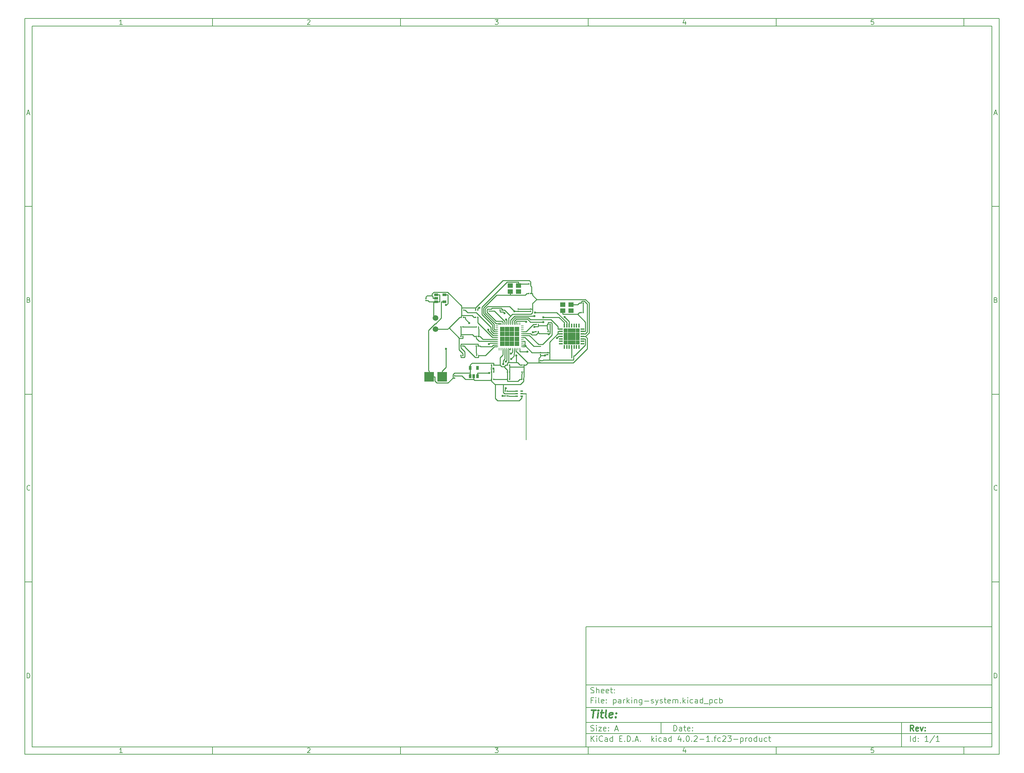
<source format=gbr>
G04 #@! TF.FileFunction,Copper,L1,Top,Signal*
%FSLAX46Y46*%
G04 Gerber Fmt 4.6, Leading zero omitted, Abs format (unit mm)*
G04 Created by KiCad (PCBNEW 4.0.2-1.fc23-product) date Tue 29 Mar 2016 15:32:59 SAST*
%MOMM*%
G01*
G04 APERTURE LIST*
%ADD10C,0.100000*%
%ADD11C,0.150000*%
%ADD12C,0.300000*%
%ADD13C,0.400000*%
%ADD14R,0.250000X0.250000*%
%ADD15R,0.250000X12.297000*%
%ADD16R,0.300000X0.350000*%
%ADD17R,0.350000X0.300000*%
%ADD18R,1.000000X0.370000*%
%ADD19R,0.370000X1.000000*%
%ADD20R,1.062500X1.062500*%
%ADD21R,0.280000X0.430000*%
%ADD22R,0.430000X0.280000*%
%ADD23R,0.800000X0.300000*%
%ADD24R,0.700000X0.250000*%
%ADD25R,0.250000X0.700000*%
%ADD26R,1.287500X1.287500*%
%ADD27R,0.650000X1.060000*%
%ADD28R,1.400000X1.200000*%
%ADD29R,2.500000X2.500000*%
%ADD30C,1.500000*%
%ADD31R,1.060000X0.650000*%
%ADD32C,0.600000*%
%ADD33C,0.250000*%
G04 APERTURE END LIST*
D10*
D11*
X159400000Y-171900000D02*
X159400000Y-203900000D01*
X267400000Y-203900000D01*
X267400000Y-171900000D01*
X159400000Y-171900000D01*
D10*
D11*
X10000000Y-10000000D02*
X10000000Y-205900000D01*
X269400000Y-205900000D01*
X269400000Y-10000000D01*
X10000000Y-10000000D01*
D10*
D11*
X12000000Y-12000000D02*
X12000000Y-203900000D01*
X267400000Y-203900000D01*
X267400000Y-12000000D01*
X12000000Y-12000000D01*
D10*
D11*
X60000000Y-12000000D02*
X60000000Y-10000000D01*
D10*
D11*
X110000000Y-12000000D02*
X110000000Y-10000000D01*
D10*
D11*
X160000000Y-12000000D02*
X160000000Y-10000000D01*
D10*
D11*
X210000000Y-12000000D02*
X210000000Y-10000000D01*
D10*
D11*
X260000000Y-12000000D02*
X260000000Y-10000000D01*
D10*
D11*
X35990476Y-11588095D02*
X35247619Y-11588095D01*
X35619048Y-11588095D02*
X35619048Y-10288095D01*
X35495238Y-10473810D01*
X35371429Y-10597619D01*
X35247619Y-10659524D01*
D10*
D11*
X85247619Y-10411905D02*
X85309524Y-10350000D01*
X85433333Y-10288095D01*
X85742857Y-10288095D01*
X85866667Y-10350000D01*
X85928571Y-10411905D01*
X85990476Y-10535714D01*
X85990476Y-10659524D01*
X85928571Y-10845238D01*
X85185714Y-11588095D01*
X85990476Y-11588095D01*
D10*
D11*
X135185714Y-10288095D02*
X135990476Y-10288095D01*
X135557143Y-10783333D01*
X135742857Y-10783333D01*
X135866667Y-10845238D01*
X135928571Y-10907143D01*
X135990476Y-11030952D01*
X135990476Y-11340476D01*
X135928571Y-11464286D01*
X135866667Y-11526190D01*
X135742857Y-11588095D01*
X135371429Y-11588095D01*
X135247619Y-11526190D01*
X135185714Y-11464286D01*
D10*
D11*
X185866667Y-10721429D02*
X185866667Y-11588095D01*
X185557143Y-10226190D02*
X185247619Y-11154762D01*
X186052381Y-11154762D01*
D10*
D11*
X235928571Y-10288095D02*
X235309524Y-10288095D01*
X235247619Y-10907143D01*
X235309524Y-10845238D01*
X235433333Y-10783333D01*
X235742857Y-10783333D01*
X235866667Y-10845238D01*
X235928571Y-10907143D01*
X235990476Y-11030952D01*
X235990476Y-11340476D01*
X235928571Y-11464286D01*
X235866667Y-11526190D01*
X235742857Y-11588095D01*
X235433333Y-11588095D01*
X235309524Y-11526190D01*
X235247619Y-11464286D01*
D10*
D11*
X60000000Y-203900000D02*
X60000000Y-205900000D01*
D10*
D11*
X110000000Y-203900000D02*
X110000000Y-205900000D01*
D10*
D11*
X160000000Y-203900000D02*
X160000000Y-205900000D01*
D10*
D11*
X210000000Y-203900000D02*
X210000000Y-205900000D01*
D10*
D11*
X260000000Y-203900000D02*
X260000000Y-205900000D01*
D10*
D11*
X35990476Y-205488095D02*
X35247619Y-205488095D01*
X35619048Y-205488095D02*
X35619048Y-204188095D01*
X35495238Y-204373810D01*
X35371429Y-204497619D01*
X35247619Y-204559524D01*
D10*
D11*
X85247619Y-204311905D02*
X85309524Y-204250000D01*
X85433333Y-204188095D01*
X85742857Y-204188095D01*
X85866667Y-204250000D01*
X85928571Y-204311905D01*
X85990476Y-204435714D01*
X85990476Y-204559524D01*
X85928571Y-204745238D01*
X85185714Y-205488095D01*
X85990476Y-205488095D01*
D10*
D11*
X135185714Y-204188095D02*
X135990476Y-204188095D01*
X135557143Y-204683333D01*
X135742857Y-204683333D01*
X135866667Y-204745238D01*
X135928571Y-204807143D01*
X135990476Y-204930952D01*
X135990476Y-205240476D01*
X135928571Y-205364286D01*
X135866667Y-205426190D01*
X135742857Y-205488095D01*
X135371429Y-205488095D01*
X135247619Y-205426190D01*
X135185714Y-205364286D01*
D10*
D11*
X185866667Y-204621429D02*
X185866667Y-205488095D01*
X185557143Y-204126190D02*
X185247619Y-205054762D01*
X186052381Y-205054762D01*
D10*
D11*
X235928571Y-204188095D02*
X235309524Y-204188095D01*
X235247619Y-204807143D01*
X235309524Y-204745238D01*
X235433333Y-204683333D01*
X235742857Y-204683333D01*
X235866667Y-204745238D01*
X235928571Y-204807143D01*
X235990476Y-204930952D01*
X235990476Y-205240476D01*
X235928571Y-205364286D01*
X235866667Y-205426190D01*
X235742857Y-205488095D01*
X235433333Y-205488095D01*
X235309524Y-205426190D01*
X235247619Y-205364286D01*
D10*
D11*
X10000000Y-60000000D02*
X12000000Y-60000000D01*
D10*
D11*
X10000000Y-110000000D02*
X12000000Y-110000000D01*
D10*
D11*
X10000000Y-160000000D02*
X12000000Y-160000000D01*
D10*
D11*
X10690476Y-35216667D02*
X11309524Y-35216667D01*
X10566667Y-35588095D02*
X11000000Y-34288095D01*
X11433333Y-35588095D01*
D10*
D11*
X11092857Y-84907143D02*
X11278571Y-84969048D01*
X11340476Y-85030952D01*
X11402381Y-85154762D01*
X11402381Y-85340476D01*
X11340476Y-85464286D01*
X11278571Y-85526190D01*
X11154762Y-85588095D01*
X10659524Y-85588095D01*
X10659524Y-84288095D01*
X11092857Y-84288095D01*
X11216667Y-84350000D01*
X11278571Y-84411905D01*
X11340476Y-84535714D01*
X11340476Y-84659524D01*
X11278571Y-84783333D01*
X11216667Y-84845238D01*
X11092857Y-84907143D01*
X10659524Y-84907143D01*
D10*
D11*
X11402381Y-135464286D02*
X11340476Y-135526190D01*
X11154762Y-135588095D01*
X11030952Y-135588095D01*
X10845238Y-135526190D01*
X10721429Y-135402381D01*
X10659524Y-135278571D01*
X10597619Y-135030952D01*
X10597619Y-134845238D01*
X10659524Y-134597619D01*
X10721429Y-134473810D01*
X10845238Y-134350000D01*
X11030952Y-134288095D01*
X11154762Y-134288095D01*
X11340476Y-134350000D01*
X11402381Y-134411905D01*
D10*
D11*
X10659524Y-185588095D02*
X10659524Y-184288095D01*
X10969048Y-184288095D01*
X11154762Y-184350000D01*
X11278571Y-184473810D01*
X11340476Y-184597619D01*
X11402381Y-184845238D01*
X11402381Y-185030952D01*
X11340476Y-185278571D01*
X11278571Y-185402381D01*
X11154762Y-185526190D01*
X10969048Y-185588095D01*
X10659524Y-185588095D01*
D10*
D11*
X269400000Y-60000000D02*
X267400000Y-60000000D01*
D10*
D11*
X269400000Y-110000000D02*
X267400000Y-110000000D01*
D10*
D11*
X269400000Y-160000000D02*
X267400000Y-160000000D01*
D10*
D11*
X268090476Y-35216667D02*
X268709524Y-35216667D01*
X267966667Y-35588095D02*
X268400000Y-34288095D01*
X268833333Y-35588095D01*
D10*
D11*
X268492857Y-84907143D02*
X268678571Y-84969048D01*
X268740476Y-85030952D01*
X268802381Y-85154762D01*
X268802381Y-85340476D01*
X268740476Y-85464286D01*
X268678571Y-85526190D01*
X268554762Y-85588095D01*
X268059524Y-85588095D01*
X268059524Y-84288095D01*
X268492857Y-84288095D01*
X268616667Y-84350000D01*
X268678571Y-84411905D01*
X268740476Y-84535714D01*
X268740476Y-84659524D01*
X268678571Y-84783333D01*
X268616667Y-84845238D01*
X268492857Y-84907143D01*
X268059524Y-84907143D01*
D10*
D11*
X268802381Y-135464286D02*
X268740476Y-135526190D01*
X268554762Y-135588095D01*
X268430952Y-135588095D01*
X268245238Y-135526190D01*
X268121429Y-135402381D01*
X268059524Y-135278571D01*
X267997619Y-135030952D01*
X267997619Y-134845238D01*
X268059524Y-134597619D01*
X268121429Y-134473810D01*
X268245238Y-134350000D01*
X268430952Y-134288095D01*
X268554762Y-134288095D01*
X268740476Y-134350000D01*
X268802381Y-134411905D01*
D10*
D11*
X268059524Y-185588095D02*
X268059524Y-184288095D01*
X268369048Y-184288095D01*
X268554762Y-184350000D01*
X268678571Y-184473810D01*
X268740476Y-184597619D01*
X268802381Y-184845238D01*
X268802381Y-185030952D01*
X268740476Y-185278571D01*
X268678571Y-185402381D01*
X268554762Y-185526190D01*
X268369048Y-185588095D01*
X268059524Y-185588095D01*
D10*
D11*
X182757143Y-199678571D02*
X182757143Y-198178571D01*
X183114286Y-198178571D01*
X183328571Y-198250000D01*
X183471429Y-198392857D01*
X183542857Y-198535714D01*
X183614286Y-198821429D01*
X183614286Y-199035714D01*
X183542857Y-199321429D01*
X183471429Y-199464286D01*
X183328571Y-199607143D01*
X183114286Y-199678571D01*
X182757143Y-199678571D01*
X184900000Y-199678571D02*
X184900000Y-198892857D01*
X184828571Y-198750000D01*
X184685714Y-198678571D01*
X184400000Y-198678571D01*
X184257143Y-198750000D01*
X184900000Y-199607143D02*
X184757143Y-199678571D01*
X184400000Y-199678571D01*
X184257143Y-199607143D01*
X184185714Y-199464286D01*
X184185714Y-199321429D01*
X184257143Y-199178571D01*
X184400000Y-199107143D01*
X184757143Y-199107143D01*
X184900000Y-199035714D01*
X185400000Y-198678571D02*
X185971429Y-198678571D01*
X185614286Y-198178571D02*
X185614286Y-199464286D01*
X185685714Y-199607143D01*
X185828572Y-199678571D01*
X185971429Y-199678571D01*
X187042857Y-199607143D02*
X186900000Y-199678571D01*
X186614286Y-199678571D01*
X186471429Y-199607143D01*
X186400000Y-199464286D01*
X186400000Y-198892857D01*
X186471429Y-198750000D01*
X186614286Y-198678571D01*
X186900000Y-198678571D01*
X187042857Y-198750000D01*
X187114286Y-198892857D01*
X187114286Y-199035714D01*
X186400000Y-199178571D01*
X187757143Y-199535714D02*
X187828571Y-199607143D01*
X187757143Y-199678571D01*
X187685714Y-199607143D01*
X187757143Y-199535714D01*
X187757143Y-199678571D01*
X187757143Y-198750000D02*
X187828571Y-198821429D01*
X187757143Y-198892857D01*
X187685714Y-198821429D01*
X187757143Y-198750000D01*
X187757143Y-198892857D01*
D10*
D11*
X159400000Y-200400000D02*
X267400000Y-200400000D01*
D10*
D11*
X160757143Y-202478571D02*
X160757143Y-200978571D01*
X161614286Y-202478571D02*
X160971429Y-201621429D01*
X161614286Y-200978571D02*
X160757143Y-201835714D01*
X162257143Y-202478571D02*
X162257143Y-201478571D01*
X162257143Y-200978571D02*
X162185714Y-201050000D01*
X162257143Y-201121429D01*
X162328571Y-201050000D01*
X162257143Y-200978571D01*
X162257143Y-201121429D01*
X163828572Y-202335714D02*
X163757143Y-202407143D01*
X163542857Y-202478571D01*
X163400000Y-202478571D01*
X163185715Y-202407143D01*
X163042857Y-202264286D01*
X162971429Y-202121429D01*
X162900000Y-201835714D01*
X162900000Y-201621429D01*
X162971429Y-201335714D01*
X163042857Y-201192857D01*
X163185715Y-201050000D01*
X163400000Y-200978571D01*
X163542857Y-200978571D01*
X163757143Y-201050000D01*
X163828572Y-201121429D01*
X165114286Y-202478571D02*
X165114286Y-201692857D01*
X165042857Y-201550000D01*
X164900000Y-201478571D01*
X164614286Y-201478571D01*
X164471429Y-201550000D01*
X165114286Y-202407143D02*
X164971429Y-202478571D01*
X164614286Y-202478571D01*
X164471429Y-202407143D01*
X164400000Y-202264286D01*
X164400000Y-202121429D01*
X164471429Y-201978571D01*
X164614286Y-201907143D01*
X164971429Y-201907143D01*
X165114286Y-201835714D01*
X166471429Y-202478571D02*
X166471429Y-200978571D01*
X166471429Y-202407143D02*
X166328572Y-202478571D01*
X166042858Y-202478571D01*
X165900000Y-202407143D01*
X165828572Y-202335714D01*
X165757143Y-202192857D01*
X165757143Y-201764286D01*
X165828572Y-201621429D01*
X165900000Y-201550000D01*
X166042858Y-201478571D01*
X166328572Y-201478571D01*
X166471429Y-201550000D01*
X168328572Y-201692857D02*
X168828572Y-201692857D01*
X169042858Y-202478571D02*
X168328572Y-202478571D01*
X168328572Y-200978571D01*
X169042858Y-200978571D01*
X169685715Y-202335714D02*
X169757143Y-202407143D01*
X169685715Y-202478571D01*
X169614286Y-202407143D01*
X169685715Y-202335714D01*
X169685715Y-202478571D01*
X170400001Y-202478571D02*
X170400001Y-200978571D01*
X170757144Y-200978571D01*
X170971429Y-201050000D01*
X171114287Y-201192857D01*
X171185715Y-201335714D01*
X171257144Y-201621429D01*
X171257144Y-201835714D01*
X171185715Y-202121429D01*
X171114287Y-202264286D01*
X170971429Y-202407143D01*
X170757144Y-202478571D01*
X170400001Y-202478571D01*
X171900001Y-202335714D02*
X171971429Y-202407143D01*
X171900001Y-202478571D01*
X171828572Y-202407143D01*
X171900001Y-202335714D01*
X171900001Y-202478571D01*
X172542858Y-202050000D02*
X173257144Y-202050000D01*
X172400001Y-202478571D02*
X172900001Y-200978571D01*
X173400001Y-202478571D01*
X173900001Y-202335714D02*
X173971429Y-202407143D01*
X173900001Y-202478571D01*
X173828572Y-202407143D01*
X173900001Y-202335714D01*
X173900001Y-202478571D01*
X176900001Y-202478571D02*
X176900001Y-200978571D01*
X177042858Y-201907143D02*
X177471429Y-202478571D01*
X177471429Y-201478571D02*
X176900001Y-202050000D01*
X178114287Y-202478571D02*
X178114287Y-201478571D01*
X178114287Y-200978571D02*
X178042858Y-201050000D01*
X178114287Y-201121429D01*
X178185715Y-201050000D01*
X178114287Y-200978571D01*
X178114287Y-201121429D01*
X179471430Y-202407143D02*
X179328573Y-202478571D01*
X179042859Y-202478571D01*
X178900001Y-202407143D01*
X178828573Y-202335714D01*
X178757144Y-202192857D01*
X178757144Y-201764286D01*
X178828573Y-201621429D01*
X178900001Y-201550000D01*
X179042859Y-201478571D01*
X179328573Y-201478571D01*
X179471430Y-201550000D01*
X180757144Y-202478571D02*
X180757144Y-201692857D01*
X180685715Y-201550000D01*
X180542858Y-201478571D01*
X180257144Y-201478571D01*
X180114287Y-201550000D01*
X180757144Y-202407143D02*
X180614287Y-202478571D01*
X180257144Y-202478571D01*
X180114287Y-202407143D01*
X180042858Y-202264286D01*
X180042858Y-202121429D01*
X180114287Y-201978571D01*
X180257144Y-201907143D01*
X180614287Y-201907143D01*
X180757144Y-201835714D01*
X182114287Y-202478571D02*
X182114287Y-200978571D01*
X182114287Y-202407143D02*
X181971430Y-202478571D01*
X181685716Y-202478571D01*
X181542858Y-202407143D01*
X181471430Y-202335714D01*
X181400001Y-202192857D01*
X181400001Y-201764286D01*
X181471430Y-201621429D01*
X181542858Y-201550000D01*
X181685716Y-201478571D01*
X181971430Y-201478571D01*
X182114287Y-201550000D01*
X184614287Y-201478571D02*
X184614287Y-202478571D01*
X184257144Y-200907143D02*
X183900001Y-201978571D01*
X184828573Y-201978571D01*
X185400001Y-202335714D02*
X185471429Y-202407143D01*
X185400001Y-202478571D01*
X185328572Y-202407143D01*
X185400001Y-202335714D01*
X185400001Y-202478571D01*
X186400001Y-200978571D02*
X186542858Y-200978571D01*
X186685715Y-201050000D01*
X186757144Y-201121429D01*
X186828573Y-201264286D01*
X186900001Y-201550000D01*
X186900001Y-201907143D01*
X186828573Y-202192857D01*
X186757144Y-202335714D01*
X186685715Y-202407143D01*
X186542858Y-202478571D01*
X186400001Y-202478571D01*
X186257144Y-202407143D01*
X186185715Y-202335714D01*
X186114287Y-202192857D01*
X186042858Y-201907143D01*
X186042858Y-201550000D01*
X186114287Y-201264286D01*
X186185715Y-201121429D01*
X186257144Y-201050000D01*
X186400001Y-200978571D01*
X187542858Y-202335714D02*
X187614286Y-202407143D01*
X187542858Y-202478571D01*
X187471429Y-202407143D01*
X187542858Y-202335714D01*
X187542858Y-202478571D01*
X188185715Y-201121429D02*
X188257144Y-201050000D01*
X188400001Y-200978571D01*
X188757144Y-200978571D01*
X188900001Y-201050000D01*
X188971430Y-201121429D01*
X189042858Y-201264286D01*
X189042858Y-201407143D01*
X188971430Y-201621429D01*
X188114287Y-202478571D01*
X189042858Y-202478571D01*
X189685715Y-201907143D02*
X190828572Y-201907143D01*
X192328572Y-202478571D02*
X191471429Y-202478571D01*
X191900001Y-202478571D02*
X191900001Y-200978571D01*
X191757144Y-201192857D01*
X191614286Y-201335714D01*
X191471429Y-201407143D01*
X192971429Y-202335714D02*
X193042857Y-202407143D01*
X192971429Y-202478571D01*
X192900000Y-202407143D01*
X192971429Y-202335714D01*
X192971429Y-202478571D01*
X193471429Y-201478571D02*
X194042858Y-201478571D01*
X193685715Y-202478571D02*
X193685715Y-201192857D01*
X193757143Y-201050000D01*
X193900001Y-200978571D01*
X194042858Y-200978571D01*
X195185715Y-202407143D02*
X195042858Y-202478571D01*
X194757144Y-202478571D01*
X194614286Y-202407143D01*
X194542858Y-202335714D01*
X194471429Y-202192857D01*
X194471429Y-201764286D01*
X194542858Y-201621429D01*
X194614286Y-201550000D01*
X194757144Y-201478571D01*
X195042858Y-201478571D01*
X195185715Y-201550000D01*
X195757143Y-201121429D02*
X195828572Y-201050000D01*
X195971429Y-200978571D01*
X196328572Y-200978571D01*
X196471429Y-201050000D01*
X196542858Y-201121429D01*
X196614286Y-201264286D01*
X196614286Y-201407143D01*
X196542858Y-201621429D01*
X195685715Y-202478571D01*
X196614286Y-202478571D01*
X197114286Y-200978571D02*
X198042857Y-200978571D01*
X197542857Y-201550000D01*
X197757143Y-201550000D01*
X197900000Y-201621429D01*
X197971429Y-201692857D01*
X198042857Y-201835714D01*
X198042857Y-202192857D01*
X197971429Y-202335714D01*
X197900000Y-202407143D01*
X197757143Y-202478571D01*
X197328571Y-202478571D01*
X197185714Y-202407143D01*
X197114286Y-202335714D01*
X198685714Y-201907143D02*
X199828571Y-201907143D01*
X200542857Y-201478571D02*
X200542857Y-202978571D01*
X200542857Y-201550000D02*
X200685714Y-201478571D01*
X200971428Y-201478571D01*
X201114285Y-201550000D01*
X201185714Y-201621429D01*
X201257143Y-201764286D01*
X201257143Y-202192857D01*
X201185714Y-202335714D01*
X201114285Y-202407143D01*
X200971428Y-202478571D01*
X200685714Y-202478571D01*
X200542857Y-202407143D01*
X201900000Y-202478571D02*
X201900000Y-201478571D01*
X201900000Y-201764286D02*
X201971428Y-201621429D01*
X202042857Y-201550000D01*
X202185714Y-201478571D01*
X202328571Y-201478571D01*
X203042857Y-202478571D02*
X202899999Y-202407143D01*
X202828571Y-202335714D01*
X202757142Y-202192857D01*
X202757142Y-201764286D01*
X202828571Y-201621429D01*
X202899999Y-201550000D01*
X203042857Y-201478571D01*
X203257142Y-201478571D01*
X203399999Y-201550000D01*
X203471428Y-201621429D01*
X203542857Y-201764286D01*
X203542857Y-202192857D01*
X203471428Y-202335714D01*
X203399999Y-202407143D01*
X203257142Y-202478571D01*
X203042857Y-202478571D01*
X204828571Y-202478571D02*
X204828571Y-200978571D01*
X204828571Y-202407143D02*
X204685714Y-202478571D01*
X204400000Y-202478571D01*
X204257142Y-202407143D01*
X204185714Y-202335714D01*
X204114285Y-202192857D01*
X204114285Y-201764286D01*
X204185714Y-201621429D01*
X204257142Y-201550000D01*
X204400000Y-201478571D01*
X204685714Y-201478571D01*
X204828571Y-201550000D01*
X206185714Y-201478571D02*
X206185714Y-202478571D01*
X205542857Y-201478571D02*
X205542857Y-202264286D01*
X205614285Y-202407143D01*
X205757143Y-202478571D01*
X205971428Y-202478571D01*
X206114285Y-202407143D01*
X206185714Y-202335714D01*
X207542857Y-202407143D02*
X207400000Y-202478571D01*
X207114286Y-202478571D01*
X206971428Y-202407143D01*
X206900000Y-202335714D01*
X206828571Y-202192857D01*
X206828571Y-201764286D01*
X206900000Y-201621429D01*
X206971428Y-201550000D01*
X207114286Y-201478571D01*
X207400000Y-201478571D01*
X207542857Y-201550000D01*
X207971428Y-201478571D02*
X208542857Y-201478571D01*
X208185714Y-200978571D02*
X208185714Y-202264286D01*
X208257142Y-202407143D01*
X208400000Y-202478571D01*
X208542857Y-202478571D01*
D10*
D11*
X159400000Y-197400000D02*
X267400000Y-197400000D01*
D10*
D12*
X246614286Y-199678571D02*
X246114286Y-198964286D01*
X245757143Y-199678571D02*
X245757143Y-198178571D01*
X246328571Y-198178571D01*
X246471429Y-198250000D01*
X246542857Y-198321429D01*
X246614286Y-198464286D01*
X246614286Y-198678571D01*
X246542857Y-198821429D01*
X246471429Y-198892857D01*
X246328571Y-198964286D01*
X245757143Y-198964286D01*
X247828571Y-199607143D02*
X247685714Y-199678571D01*
X247400000Y-199678571D01*
X247257143Y-199607143D01*
X247185714Y-199464286D01*
X247185714Y-198892857D01*
X247257143Y-198750000D01*
X247400000Y-198678571D01*
X247685714Y-198678571D01*
X247828571Y-198750000D01*
X247900000Y-198892857D01*
X247900000Y-199035714D01*
X247185714Y-199178571D01*
X248400000Y-198678571D02*
X248757143Y-199678571D01*
X249114285Y-198678571D01*
X249685714Y-199535714D02*
X249757142Y-199607143D01*
X249685714Y-199678571D01*
X249614285Y-199607143D01*
X249685714Y-199535714D01*
X249685714Y-199678571D01*
X249685714Y-198750000D02*
X249757142Y-198821429D01*
X249685714Y-198892857D01*
X249614285Y-198821429D01*
X249685714Y-198750000D01*
X249685714Y-198892857D01*
D10*
D11*
X160685714Y-199607143D02*
X160900000Y-199678571D01*
X161257143Y-199678571D01*
X161400000Y-199607143D01*
X161471429Y-199535714D01*
X161542857Y-199392857D01*
X161542857Y-199250000D01*
X161471429Y-199107143D01*
X161400000Y-199035714D01*
X161257143Y-198964286D01*
X160971429Y-198892857D01*
X160828571Y-198821429D01*
X160757143Y-198750000D01*
X160685714Y-198607143D01*
X160685714Y-198464286D01*
X160757143Y-198321429D01*
X160828571Y-198250000D01*
X160971429Y-198178571D01*
X161328571Y-198178571D01*
X161542857Y-198250000D01*
X162185714Y-199678571D02*
X162185714Y-198678571D01*
X162185714Y-198178571D02*
X162114285Y-198250000D01*
X162185714Y-198321429D01*
X162257142Y-198250000D01*
X162185714Y-198178571D01*
X162185714Y-198321429D01*
X162757143Y-198678571D02*
X163542857Y-198678571D01*
X162757143Y-199678571D01*
X163542857Y-199678571D01*
X164685714Y-199607143D02*
X164542857Y-199678571D01*
X164257143Y-199678571D01*
X164114286Y-199607143D01*
X164042857Y-199464286D01*
X164042857Y-198892857D01*
X164114286Y-198750000D01*
X164257143Y-198678571D01*
X164542857Y-198678571D01*
X164685714Y-198750000D01*
X164757143Y-198892857D01*
X164757143Y-199035714D01*
X164042857Y-199178571D01*
X165400000Y-199535714D02*
X165471428Y-199607143D01*
X165400000Y-199678571D01*
X165328571Y-199607143D01*
X165400000Y-199535714D01*
X165400000Y-199678571D01*
X165400000Y-198750000D02*
X165471428Y-198821429D01*
X165400000Y-198892857D01*
X165328571Y-198821429D01*
X165400000Y-198750000D01*
X165400000Y-198892857D01*
X167185714Y-199250000D02*
X167900000Y-199250000D01*
X167042857Y-199678571D02*
X167542857Y-198178571D01*
X168042857Y-199678571D01*
D10*
D11*
X245757143Y-202478571D02*
X245757143Y-200978571D01*
X247114286Y-202478571D02*
X247114286Y-200978571D01*
X247114286Y-202407143D02*
X246971429Y-202478571D01*
X246685715Y-202478571D01*
X246542857Y-202407143D01*
X246471429Y-202335714D01*
X246400000Y-202192857D01*
X246400000Y-201764286D01*
X246471429Y-201621429D01*
X246542857Y-201550000D01*
X246685715Y-201478571D01*
X246971429Y-201478571D01*
X247114286Y-201550000D01*
X247828572Y-202335714D02*
X247900000Y-202407143D01*
X247828572Y-202478571D01*
X247757143Y-202407143D01*
X247828572Y-202335714D01*
X247828572Y-202478571D01*
X247828572Y-201550000D02*
X247900000Y-201621429D01*
X247828572Y-201692857D01*
X247757143Y-201621429D01*
X247828572Y-201550000D01*
X247828572Y-201692857D01*
X250471429Y-202478571D02*
X249614286Y-202478571D01*
X250042858Y-202478571D02*
X250042858Y-200978571D01*
X249900001Y-201192857D01*
X249757143Y-201335714D01*
X249614286Y-201407143D01*
X252185714Y-200907143D02*
X250900000Y-202835714D01*
X253471429Y-202478571D02*
X252614286Y-202478571D01*
X253042858Y-202478571D02*
X253042858Y-200978571D01*
X252900001Y-201192857D01*
X252757143Y-201335714D01*
X252614286Y-201407143D01*
D10*
D11*
X159400000Y-193400000D02*
X267400000Y-193400000D01*
D10*
D13*
X160852381Y-194104762D02*
X161995238Y-194104762D01*
X161173810Y-196104762D02*
X161423810Y-194104762D01*
X162411905Y-196104762D02*
X162578571Y-194771429D01*
X162661905Y-194104762D02*
X162554762Y-194200000D01*
X162638095Y-194295238D01*
X162745239Y-194200000D01*
X162661905Y-194104762D01*
X162638095Y-194295238D01*
X163245238Y-194771429D02*
X164007143Y-194771429D01*
X163614286Y-194104762D02*
X163400000Y-195819048D01*
X163471430Y-196009524D01*
X163650001Y-196104762D01*
X163840477Y-196104762D01*
X164792858Y-196104762D02*
X164614287Y-196009524D01*
X164542857Y-195819048D01*
X164757143Y-194104762D01*
X166328572Y-196009524D02*
X166126191Y-196104762D01*
X165745239Y-196104762D01*
X165566667Y-196009524D01*
X165495238Y-195819048D01*
X165590476Y-195057143D01*
X165709524Y-194866667D01*
X165911905Y-194771429D01*
X166292857Y-194771429D01*
X166471429Y-194866667D01*
X166542857Y-195057143D01*
X166519048Y-195247619D01*
X165542857Y-195438095D01*
X167292857Y-195914286D02*
X167376192Y-196009524D01*
X167269048Y-196104762D01*
X167185715Y-196009524D01*
X167292857Y-195914286D01*
X167269048Y-196104762D01*
X167423810Y-194866667D02*
X167507144Y-194961905D01*
X167400000Y-195057143D01*
X167316667Y-194961905D01*
X167423810Y-194866667D01*
X167400000Y-195057143D01*
D10*
D11*
X161257143Y-191492857D02*
X160757143Y-191492857D01*
X160757143Y-192278571D02*
X160757143Y-190778571D01*
X161471429Y-190778571D01*
X162042857Y-192278571D02*
X162042857Y-191278571D01*
X162042857Y-190778571D02*
X161971428Y-190850000D01*
X162042857Y-190921429D01*
X162114285Y-190850000D01*
X162042857Y-190778571D01*
X162042857Y-190921429D01*
X162971429Y-192278571D02*
X162828571Y-192207143D01*
X162757143Y-192064286D01*
X162757143Y-190778571D01*
X164114285Y-192207143D02*
X163971428Y-192278571D01*
X163685714Y-192278571D01*
X163542857Y-192207143D01*
X163471428Y-192064286D01*
X163471428Y-191492857D01*
X163542857Y-191350000D01*
X163685714Y-191278571D01*
X163971428Y-191278571D01*
X164114285Y-191350000D01*
X164185714Y-191492857D01*
X164185714Y-191635714D01*
X163471428Y-191778571D01*
X164828571Y-192135714D02*
X164899999Y-192207143D01*
X164828571Y-192278571D01*
X164757142Y-192207143D01*
X164828571Y-192135714D01*
X164828571Y-192278571D01*
X164828571Y-191350000D02*
X164899999Y-191421429D01*
X164828571Y-191492857D01*
X164757142Y-191421429D01*
X164828571Y-191350000D01*
X164828571Y-191492857D01*
X166685714Y-191278571D02*
X166685714Y-192778571D01*
X166685714Y-191350000D02*
X166828571Y-191278571D01*
X167114285Y-191278571D01*
X167257142Y-191350000D01*
X167328571Y-191421429D01*
X167400000Y-191564286D01*
X167400000Y-191992857D01*
X167328571Y-192135714D01*
X167257142Y-192207143D01*
X167114285Y-192278571D01*
X166828571Y-192278571D01*
X166685714Y-192207143D01*
X168685714Y-192278571D02*
X168685714Y-191492857D01*
X168614285Y-191350000D01*
X168471428Y-191278571D01*
X168185714Y-191278571D01*
X168042857Y-191350000D01*
X168685714Y-192207143D02*
X168542857Y-192278571D01*
X168185714Y-192278571D01*
X168042857Y-192207143D01*
X167971428Y-192064286D01*
X167971428Y-191921429D01*
X168042857Y-191778571D01*
X168185714Y-191707143D01*
X168542857Y-191707143D01*
X168685714Y-191635714D01*
X169400000Y-192278571D02*
X169400000Y-191278571D01*
X169400000Y-191564286D02*
X169471428Y-191421429D01*
X169542857Y-191350000D01*
X169685714Y-191278571D01*
X169828571Y-191278571D01*
X170328571Y-192278571D02*
X170328571Y-190778571D01*
X170471428Y-191707143D02*
X170899999Y-192278571D01*
X170899999Y-191278571D02*
X170328571Y-191850000D01*
X171542857Y-192278571D02*
X171542857Y-191278571D01*
X171542857Y-190778571D02*
X171471428Y-190850000D01*
X171542857Y-190921429D01*
X171614285Y-190850000D01*
X171542857Y-190778571D01*
X171542857Y-190921429D01*
X172257143Y-191278571D02*
X172257143Y-192278571D01*
X172257143Y-191421429D02*
X172328571Y-191350000D01*
X172471429Y-191278571D01*
X172685714Y-191278571D01*
X172828571Y-191350000D01*
X172900000Y-191492857D01*
X172900000Y-192278571D01*
X174257143Y-191278571D02*
X174257143Y-192492857D01*
X174185714Y-192635714D01*
X174114286Y-192707143D01*
X173971429Y-192778571D01*
X173757143Y-192778571D01*
X173614286Y-192707143D01*
X174257143Y-192207143D02*
X174114286Y-192278571D01*
X173828572Y-192278571D01*
X173685714Y-192207143D01*
X173614286Y-192135714D01*
X173542857Y-191992857D01*
X173542857Y-191564286D01*
X173614286Y-191421429D01*
X173685714Y-191350000D01*
X173828572Y-191278571D01*
X174114286Y-191278571D01*
X174257143Y-191350000D01*
X174971429Y-191707143D02*
X176114286Y-191707143D01*
X176757143Y-192207143D02*
X176900000Y-192278571D01*
X177185715Y-192278571D01*
X177328572Y-192207143D01*
X177400000Y-192064286D01*
X177400000Y-191992857D01*
X177328572Y-191850000D01*
X177185715Y-191778571D01*
X176971429Y-191778571D01*
X176828572Y-191707143D01*
X176757143Y-191564286D01*
X176757143Y-191492857D01*
X176828572Y-191350000D01*
X176971429Y-191278571D01*
X177185715Y-191278571D01*
X177328572Y-191350000D01*
X177900001Y-191278571D02*
X178257144Y-192278571D01*
X178614286Y-191278571D02*
X178257144Y-192278571D01*
X178114286Y-192635714D01*
X178042858Y-192707143D01*
X177900001Y-192778571D01*
X179114286Y-192207143D02*
X179257143Y-192278571D01*
X179542858Y-192278571D01*
X179685715Y-192207143D01*
X179757143Y-192064286D01*
X179757143Y-191992857D01*
X179685715Y-191850000D01*
X179542858Y-191778571D01*
X179328572Y-191778571D01*
X179185715Y-191707143D01*
X179114286Y-191564286D01*
X179114286Y-191492857D01*
X179185715Y-191350000D01*
X179328572Y-191278571D01*
X179542858Y-191278571D01*
X179685715Y-191350000D01*
X180185715Y-191278571D02*
X180757144Y-191278571D01*
X180400001Y-190778571D02*
X180400001Y-192064286D01*
X180471429Y-192207143D01*
X180614287Y-192278571D01*
X180757144Y-192278571D01*
X181828572Y-192207143D02*
X181685715Y-192278571D01*
X181400001Y-192278571D01*
X181257144Y-192207143D01*
X181185715Y-192064286D01*
X181185715Y-191492857D01*
X181257144Y-191350000D01*
X181400001Y-191278571D01*
X181685715Y-191278571D01*
X181828572Y-191350000D01*
X181900001Y-191492857D01*
X181900001Y-191635714D01*
X181185715Y-191778571D01*
X182542858Y-192278571D02*
X182542858Y-191278571D01*
X182542858Y-191421429D02*
X182614286Y-191350000D01*
X182757144Y-191278571D01*
X182971429Y-191278571D01*
X183114286Y-191350000D01*
X183185715Y-191492857D01*
X183185715Y-192278571D01*
X183185715Y-191492857D02*
X183257144Y-191350000D01*
X183400001Y-191278571D01*
X183614286Y-191278571D01*
X183757144Y-191350000D01*
X183828572Y-191492857D01*
X183828572Y-192278571D01*
X184542858Y-192135714D02*
X184614286Y-192207143D01*
X184542858Y-192278571D01*
X184471429Y-192207143D01*
X184542858Y-192135714D01*
X184542858Y-192278571D01*
X185257144Y-192278571D02*
X185257144Y-190778571D01*
X185400001Y-191707143D02*
X185828572Y-192278571D01*
X185828572Y-191278571D02*
X185257144Y-191850000D01*
X186471430Y-192278571D02*
X186471430Y-191278571D01*
X186471430Y-190778571D02*
X186400001Y-190850000D01*
X186471430Y-190921429D01*
X186542858Y-190850000D01*
X186471430Y-190778571D01*
X186471430Y-190921429D01*
X187828573Y-192207143D02*
X187685716Y-192278571D01*
X187400002Y-192278571D01*
X187257144Y-192207143D01*
X187185716Y-192135714D01*
X187114287Y-191992857D01*
X187114287Y-191564286D01*
X187185716Y-191421429D01*
X187257144Y-191350000D01*
X187400002Y-191278571D01*
X187685716Y-191278571D01*
X187828573Y-191350000D01*
X189114287Y-192278571D02*
X189114287Y-191492857D01*
X189042858Y-191350000D01*
X188900001Y-191278571D01*
X188614287Y-191278571D01*
X188471430Y-191350000D01*
X189114287Y-192207143D02*
X188971430Y-192278571D01*
X188614287Y-192278571D01*
X188471430Y-192207143D01*
X188400001Y-192064286D01*
X188400001Y-191921429D01*
X188471430Y-191778571D01*
X188614287Y-191707143D01*
X188971430Y-191707143D01*
X189114287Y-191635714D01*
X190471430Y-192278571D02*
X190471430Y-190778571D01*
X190471430Y-192207143D02*
X190328573Y-192278571D01*
X190042859Y-192278571D01*
X189900001Y-192207143D01*
X189828573Y-192135714D01*
X189757144Y-191992857D01*
X189757144Y-191564286D01*
X189828573Y-191421429D01*
X189900001Y-191350000D01*
X190042859Y-191278571D01*
X190328573Y-191278571D01*
X190471430Y-191350000D01*
X190828573Y-192421429D02*
X191971430Y-192421429D01*
X192328573Y-191278571D02*
X192328573Y-192778571D01*
X192328573Y-191350000D02*
X192471430Y-191278571D01*
X192757144Y-191278571D01*
X192900001Y-191350000D01*
X192971430Y-191421429D01*
X193042859Y-191564286D01*
X193042859Y-191992857D01*
X192971430Y-192135714D01*
X192900001Y-192207143D01*
X192757144Y-192278571D01*
X192471430Y-192278571D01*
X192328573Y-192207143D01*
X194328573Y-192207143D02*
X194185716Y-192278571D01*
X193900002Y-192278571D01*
X193757144Y-192207143D01*
X193685716Y-192135714D01*
X193614287Y-191992857D01*
X193614287Y-191564286D01*
X193685716Y-191421429D01*
X193757144Y-191350000D01*
X193900002Y-191278571D01*
X194185716Y-191278571D01*
X194328573Y-191350000D01*
X194971430Y-192278571D02*
X194971430Y-190778571D01*
X194971430Y-191350000D02*
X195114287Y-191278571D01*
X195400001Y-191278571D01*
X195542858Y-191350000D01*
X195614287Y-191421429D01*
X195685716Y-191564286D01*
X195685716Y-191992857D01*
X195614287Y-192135714D01*
X195542858Y-192207143D01*
X195400001Y-192278571D01*
X195114287Y-192278571D01*
X194971430Y-192207143D01*
D10*
D11*
X159400000Y-187400000D02*
X267400000Y-187400000D01*
D10*
D11*
X160685714Y-189507143D02*
X160900000Y-189578571D01*
X161257143Y-189578571D01*
X161400000Y-189507143D01*
X161471429Y-189435714D01*
X161542857Y-189292857D01*
X161542857Y-189150000D01*
X161471429Y-189007143D01*
X161400000Y-188935714D01*
X161257143Y-188864286D01*
X160971429Y-188792857D01*
X160828571Y-188721429D01*
X160757143Y-188650000D01*
X160685714Y-188507143D01*
X160685714Y-188364286D01*
X160757143Y-188221429D01*
X160828571Y-188150000D01*
X160971429Y-188078571D01*
X161328571Y-188078571D01*
X161542857Y-188150000D01*
X162185714Y-189578571D02*
X162185714Y-188078571D01*
X162828571Y-189578571D02*
X162828571Y-188792857D01*
X162757142Y-188650000D01*
X162614285Y-188578571D01*
X162400000Y-188578571D01*
X162257142Y-188650000D01*
X162185714Y-188721429D01*
X164114285Y-189507143D02*
X163971428Y-189578571D01*
X163685714Y-189578571D01*
X163542857Y-189507143D01*
X163471428Y-189364286D01*
X163471428Y-188792857D01*
X163542857Y-188650000D01*
X163685714Y-188578571D01*
X163971428Y-188578571D01*
X164114285Y-188650000D01*
X164185714Y-188792857D01*
X164185714Y-188935714D01*
X163471428Y-189078571D01*
X165399999Y-189507143D02*
X165257142Y-189578571D01*
X164971428Y-189578571D01*
X164828571Y-189507143D01*
X164757142Y-189364286D01*
X164757142Y-188792857D01*
X164828571Y-188650000D01*
X164971428Y-188578571D01*
X165257142Y-188578571D01*
X165399999Y-188650000D01*
X165471428Y-188792857D01*
X165471428Y-188935714D01*
X164757142Y-189078571D01*
X165899999Y-188578571D02*
X166471428Y-188578571D01*
X166114285Y-188078571D02*
X166114285Y-189364286D01*
X166185713Y-189507143D01*
X166328571Y-189578571D01*
X166471428Y-189578571D01*
X166971428Y-189435714D02*
X167042856Y-189507143D01*
X166971428Y-189578571D01*
X166899999Y-189507143D01*
X166971428Y-189435714D01*
X166971428Y-189578571D01*
X166971428Y-188650000D02*
X167042856Y-188721429D01*
X166971428Y-188792857D01*
X166899999Y-188721429D01*
X166971428Y-188650000D01*
X166971428Y-188792857D01*
D10*
D11*
X179400000Y-197400000D02*
X179400000Y-200400000D01*
D10*
D11*
X243400000Y-197400000D02*
X243400000Y-203900000D01*
D14*
X143510000Y-109855000D03*
D15*
X143510000Y-116128500D03*
D16*
X144145000Y-80645000D03*
X144695000Y-80645000D03*
X144145000Y-83185000D03*
X144695000Y-83185000D03*
X130050000Y-87630000D03*
X130600000Y-87630000D03*
X146135000Y-93345000D03*
X146685000Y-93345000D03*
X130050000Y-89535000D03*
X130600000Y-89535000D03*
X149860000Y-93345000D03*
X149310000Y-93345000D03*
X126240000Y-89535000D03*
X126790000Y-89535000D03*
X126640000Y-92075000D03*
X126090000Y-92075000D03*
X130725000Y-94615000D03*
X130175000Y-94615000D03*
X149310000Y-91440000D03*
X149860000Y-91440000D03*
X126090000Y-94615000D03*
X126640000Y-94615000D03*
X130725000Y-97155000D03*
X130175000Y-97155000D03*
X126090000Y-97155000D03*
X126640000Y-97155000D03*
X126090000Y-99695000D03*
X126640000Y-99695000D03*
X134830000Y-104140000D03*
X134280000Y-104140000D03*
X138430000Y-110490000D03*
X137880000Y-110490000D03*
X138430000Y-109220000D03*
X137880000Y-109220000D03*
X142350000Y-104140000D03*
X142900000Y-104140000D03*
X142350000Y-102235000D03*
X142900000Y-102235000D03*
X138505000Y-102235000D03*
X139055000Y-102235000D03*
X138505000Y-104140000D03*
X139055000Y-104140000D03*
X142265000Y-106045000D03*
X142815000Y-106045000D03*
X138505000Y-106045000D03*
X139055000Y-106045000D03*
X134830000Y-106045000D03*
X134280000Y-106045000D03*
X134830000Y-102235000D03*
X134280000Y-102235000D03*
D17*
X144695000Y-87905000D03*
X144695000Y-87355000D03*
X147320000Y-101090000D03*
X147320000Y-101640000D03*
X147320000Y-98910000D03*
X147320000Y-99460000D03*
X149225000Y-98910000D03*
X149225000Y-99460000D03*
D16*
X136525000Y-87630000D03*
X137075000Y-87630000D03*
D17*
X141330000Y-87905000D03*
X141330000Y-87355000D03*
D16*
X158115000Y-85725000D03*
X158665000Y-85725000D03*
X158115000Y-88265000D03*
X158665000Y-88265000D03*
D18*
X158425000Y-96565000D03*
X158425000Y-95915000D03*
X158425000Y-95265000D03*
X158425000Y-94615000D03*
X158425000Y-93965000D03*
X158425000Y-93315000D03*
X158425000Y-92665000D03*
D19*
X157525000Y-91765000D03*
X156875000Y-91765000D03*
X156225000Y-91765000D03*
X155575000Y-91765000D03*
X154925000Y-91765000D03*
X154275000Y-91765000D03*
X153625000Y-91765000D03*
D18*
X152725000Y-92665000D03*
X152725000Y-93315000D03*
X152725000Y-93965000D03*
X152725000Y-94615000D03*
X152725000Y-95265000D03*
X152725000Y-95915000D03*
X152725000Y-96565000D03*
D19*
X153625000Y-97465000D03*
X154275000Y-97465000D03*
X154925000Y-97465000D03*
X155575000Y-97465000D03*
X156225000Y-97465000D03*
X156875000Y-97465000D03*
X157525000Y-97465000D03*
D20*
X153981250Y-93021250D03*
X153981250Y-94083750D03*
X153981250Y-95146250D03*
X153981250Y-96208750D03*
X155043750Y-93021250D03*
X155043750Y-94083750D03*
X155043750Y-95146250D03*
X155043750Y-96208750D03*
X156106250Y-93021250D03*
X156106250Y-94083750D03*
X156106250Y-95146250D03*
X156106250Y-96208750D03*
X157168750Y-93021250D03*
X157168750Y-94083750D03*
X157168750Y-95146250D03*
X157168750Y-96208750D03*
D21*
X126280000Y-87630000D03*
X126790000Y-87630000D03*
D22*
X133605000Y-87885000D03*
X133605000Y-87375000D03*
D21*
X130810000Y-92075000D03*
X130300000Y-92075000D03*
D22*
X147320000Y-96770000D03*
X147320000Y-97280000D03*
D21*
X146685000Y-91440000D03*
X146175000Y-91440000D03*
X130300000Y-99695000D03*
X130810000Y-99695000D03*
X156085000Y-100330000D03*
X155575000Y-100330000D03*
D23*
X142270000Y-110520000D03*
X140970000Y-109220000D03*
X140970000Y-109870000D03*
X140970000Y-110520000D03*
X142270000Y-109870000D03*
X142270000Y-109220000D03*
D24*
X135656000Y-91873800D03*
X135656000Y-92373800D03*
X135656000Y-92873800D03*
X135656000Y-93373800D03*
X135656000Y-93873800D03*
X135656000Y-94373800D03*
X135656000Y-94873800D03*
X135656000Y-95373800D03*
X135656000Y-95873800D03*
X135656000Y-96373800D03*
X135656000Y-96873800D03*
X135656000Y-97373800D03*
D25*
X136306000Y-98023800D03*
X136806000Y-98023800D03*
X137306000Y-98023800D03*
X137806000Y-98023800D03*
X138306000Y-98023800D03*
X138806000Y-98023800D03*
X139306000Y-98023800D03*
X139806000Y-98023800D03*
X140306000Y-98023800D03*
X140806000Y-98023800D03*
X141306000Y-98023800D03*
X141806000Y-98023800D03*
D24*
X142456000Y-97373800D03*
X142456000Y-96873800D03*
X142456000Y-96373800D03*
X142456000Y-95873800D03*
X142456000Y-95373800D03*
X142456000Y-94873800D03*
X142456000Y-94373800D03*
X142456000Y-93873800D03*
X142456000Y-93373800D03*
X142456000Y-92873800D03*
X142456000Y-92373800D03*
X142456000Y-91873800D03*
D25*
X141806000Y-91223800D03*
X141306000Y-91223800D03*
X140806000Y-91223800D03*
X140306000Y-91223800D03*
X139806000Y-91223800D03*
X139306000Y-91223800D03*
X138806000Y-91223800D03*
X138306000Y-91223800D03*
X137806000Y-91223800D03*
X137306000Y-91223800D03*
X136806000Y-91223800D03*
X136306000Y-91223800D03*
D26*
X140987250Y-96555050D03*
X140987250Y-95267550D03*
X140987250Y-93980050D03*
X140987250Y-92692550D03*
X139699750Y-96555050D03*
X139699750Y-95267550D03*
X139699750Y-93980050D03*
X139699750Y-92692550D03*
X138412250Y-96555050D03*
X138412250Y-95267550D03*
X138412250Y-93980050D03*
X138412250Y-92692550D03*
X137124750Y-96555050D03*
X137124750Y-95267550D03*
X137124750Y-93980050D03*
X137124750Y-92692550D03*
D27*
X128590000Y-105240000D03*
X129540000Y-105240000D03*
X130490000Y-105240000D03*
X130490000Y-103040000D03*
X128590000Y-103040000D03*
D28*
X139235000Y-82715000D03*
X141435000Y-82715000D03*
X139235000Y-81115000D03*
X141435000Y-81115000D03*
X155405000Y-86195000D03*
X153205000Y-86195000D03*
X155405000Y-87795000D03*
X153205000Y-87795000D03*
D17*
X116840000Y-85090000D03*
X116840000Y-84540000D03*
X124460000Y-105685000D03*
X124460000Y-105135000D03*
D29*
X121130000Y-105410000D03*
X117630000Y-105410000D03*
D30*
X119380000Y-89710000D03*
X119380000Y-92710000D03*
D31*
X119550000Y-83505000D03*
X119550000Y-84455000D03*
X119550000Y-85405000D03*
X121750000Y-85405000D03*
X121750000Y-83505000D03*
D32*
X137695000Y-88476000D03*
X140320000Y-87905000D03*
X143325000Y-97204700D03*
X140869000Y-99668300D03*
X149489000Y-94061700D03*
X151699000Y-95082300D03*
X148464900Y-99697600D03*
X133624000Y-104385000D03*
X139468000Y-100605000D03*
X133424000Y-92857800D03*
X131023000Y-87005800D03*
X139443000Y-99219200D03*
X138152000Y-90113600D03*
X145245000Y-93563900D03*
X134764000Y-103158000D03*
X145646000Y-92074200D03*
X145646000Y-89189500D03*
X133603000Y-96699100D03*
X128349000Y-91079000D03*
X137356000Y-101981000D03*
X137228000Y-110490000D03*
X138071000Y-101278000D03*
X138071000Y-108439000D03*
X143831000Y-98699100D03*
X153714000Y-89476200D03*
X143434000Y-90746800D03*
X145860000Y-88250700D03*
X148076000Y-89544100D03*
X148076000Y-90794800D03*
X122111000Y-97914800D03*
X122111000Y-86285600D03*
D33*
X124460000Y-105685000D02*
X123960000Y-105685000D01*
X139306000Y-98023800D02*
X138806000Y-98023800D01*
X159250000Y-95265000D02*
X158425000Y-95265000D01*
X159250000Y-96884800D02*
X159250000Y-95265000D01*
X156345000Y-99789700D02*
X159250000Y-96884800D01*
X156085000Y-99789700D02*
X156345000Y-99789700D01*
X156085000Y-100330000D02*
X156085000Y-99789700D01*
X149725000Y-98910000D02*
X149725000Y-100870000D01*
X156085000Y-100870000D02*
X149725000Y-100870000D01*
X156085000Y-100330000D02*
X156085000Y-100870000D01*
X147820000Y-101090000D02*
X147320000Y-101090000D01*
X148040000Y-100870000D02*
X147820000Y-101090000D01*
X149725000Y-100870000D02*
X148040000Y-100870000D01*
X149225000Y-98910000D02*
X149725000Y-98910000D01*
X142265000Y-104725000D02*
X142265000Y-106045000D01*
X142350000Y-104640000D02*
X142265000Y-104725000D01*
X142350000Y-104140000D02*
X142350000Y-104640000D01*
X136306000Y-91223800D02*
X136806000Y-91223800D01*
X128590000Y-105240000D02*
X128590000Y-104385000D01*
X122659000Y-106985000D02*
X123960000Y-105685000D01*
X119698000Y-106985000D02*
X122659000Y-106985000D01*
X119205000Y-106493000D02*
X119698000Y-106985000D01*
X119205000Y-105410000D02*
X119205000Y-106493000D01*
X117630000Y-105410000D02*
X119205000Y-105410000D01*
X124386000Y-104385000D02*
X128590000Y-104385000D01*
X123960000Y-104811000D02*
X124386000Y-104385000D01*
X123960000Y-105685000D02*
X123960000Y-104811000D01*
X137349000Y-88130300D02*
X137695000Y-88476000D01*
X136525000Y-88130300D02*
X137349000Y-88130300D01*
X136525000Y-87630000D02*
X136525000Y-88130300D01*
X135490000Y-91223800D02*
X136306000Y-91223800D01*
X132593000Y-88326600D02*
X135490000Y-91223800D01*
X132593000Y-87269000D02*
X132593000Y-88326600D01*
X133212000Y-86650400D02*
X132593000Y-87269000D01*
X139065000Y-86650400D02*
X133212000Y-86650400D01*
X140320000Y-87905000D02*
X139065000Y-86650400D01*
X120895000Y-85405000D02*
X121750000Y-85405000D01*
X120895000Y-89753900D02*
X120895000Y-85405000D01*
X119439000Y-91210000D02*
X120895000Y-89753900D01*
X119297000Y-91210000D02*
X119439000Y-91210000D01*
X117477000Y-93030200D02*
X119297000Y-91210000D01*
X117477000Y-103681000D02*
X117477000Y-93030200D01*
X117630000Y-103835000D02*
X117477000Y-103681000D01*
X117630000Y-105410000D02*
X117630000Y-103835000D01*
X134830000Y-102235000D02*
X136532000Y-102235000D01*
X128590000Y-103040000D02*
X128590000Y-104385000D01*
X134830000Y-101735000D02*
X134830000Y-102235000D01*
X129040000Y-101735000D02*
X134830000Y-101735000D01*
X128590000Y-102185000D02*
X129040000Y-101735000D01*
X128590000Y-103040000D02*
X128590000Y-102185000D01*
X138505000Y-104140000D02*
X138505000Y-106045000D01*
X138505000Y-106045000D02*
X134830000Y-106045000D01*
X141790000Y-106045000D02*
X142265000Y-106045000D01*
X141289000Y-106545000D02*
X141790000Y-106045000D01*
X138505000Y-106545000D02*
X141289000Y-106545000D01*
X138505000Y-106045000D02*
X138505000Y-106545000D01*
X138806000Y-101584000D02*
X138806000Y-98023800D01*
X138656000Y-101584000D02*
X138806000Y-101584000D01*
X138505000Y-101735000D02*
X138656000Y-101584000D01*
X138505000Y-102235000D02*
X138505000Y-101735000D01*
X145030000Y-98910000D02*
X147320000Y-98910000D01*
X143325000Y-97204700D02*
X145030000Y-98910000D01*
X149725000Y-96139400D02*
X149725000Y-98910000D01*
X151956000Y-93908700D02*
X149725000Y-96139400D01*
X152012000Y-93965000D02*
X151956000Y-93908700D01*
X152725000Y-93965000D02*
X152012000Y-93965000D01*
X151900000Y-93315000D02*
X152725000Y-93315000D01*
X151900000Y-93852400D02*
X151900000Y-93315000D01*
X151956000Y-93908700D02*
X151900000Y-93852400D01*
X136532000Y-100323000D02*
X136532000Y-102235000D01*
X137306000Y-99549500D02*
X136532000Y-100323000D01*
X137306000Y-98023800D02*
X137306000Y-99549500D01*
X138505000Y-103640000D02*
X138505000Y-104140000D01*
X137621000Y-102756000D02*
X138505000Y-103640000D01*
X137621000Y-102643000D02*
X137621000Y-102756000D01*
X136941000Y-102643000D02*
X137621000Y-102643000D01*
X136532000Y-102235000D02*
X136941000Y-102643000D01*
X138030000Y-102235000D02*
X138505000Y-102235000D01*
X137621000Y-102643000D02*
X138030000Y-102235000D01*
X138806000Y-101584000D02*
X140869000Y-101584000D01*
X141875000Y-102235000D02*
X142350000Y-102235000D01*
X141224000Y-101584000D02*
X141875000Y-102235000D01*
X140869000Y-101584000D02*
X141224000Y-101584000D01*
X140869000Y-101584000D02*
X140869000Y-99668300D01*
X142456000Y-96873800D02*
X143131000Y-96873800D01*
X143131000Y-97204700D02*
X143325000Y-97204700D01*
X143131000Y-95873800D02*
X143131000Y-96873800D01*
X142456000Y-95873800D02*
X143131000Y-95873800D01*
X140320000Y-87905000D02*
X141330000Y-87905000D01*
X141330000Y-87905000D02*
X144695000Y-87905000D01*
X143131000Y-97373800D02*
X143131000Y-97204700D01*
X142456000Y-97373800D02*
X143131000Y-97373800D01*
X143131000Y-97204700D02*
X143131000Y-96873800D01*
X149225000Y-98910000D02*
X147320000Y-98910000D01*
X135255000Y-111125000D02*
X135255000Y-107440000D01*
X135890000Y-111760000D02*
X135255000Y-111125000D01*
X141605000Y-111760000D02*
X135890000Y-111760000D01*
X142270000Y-111095000D02*
X141605000Y-111760000D01*
X142270000Y-110520000D02*
X142270000Y-111095000D01*
X134280000Y-106545000D02*
X134280000Y-106295000D01*
X135174000Y-107440000D02*
X134280000Y-106545000D01*
X135255000Y-107440000D02*
X135174000Y-107440000D01*
X158425000Y-94615000D02*
X159250000Y-94615000D01*
X142900000Y-102235000D02*
X142900000Y-102735000D01*
X139055000Y-102735000D02*
X139055000Y-102235000D01*
X139055000Y-102735000D02*
X142900000Y-102735000D01*
X146685000Y-93345000D02*
X146685000Y-93593900D01*
X144695000Y-87355000D02*
X141330000Y-87355000D01*
X149860000Y-91440000D02*
X149860000Y-93345000D01*
X144695000Y-87355000D02*
X145195000Y-87355000D01*
X146936000Y-93845300D02*
X149489000Y-93845300D01*
X146685000Y-93593900D02*
X146936000Y-93845300D01*
X149860000Y-93845300D02*
X149860000Y-93345000D01*
X149489000Y-93845300D02*
X149860000Y-93845300D01*
X149489000Y-94061700D02*
X149489000Y-93845300D01*
X146090000Y-94189200D02*
X146685000Y-93593900D01*
X144986000Y-94189200D02*
X146090000Y-94189200D01*
X144670000Y-93873800D02*
X144986000Y-94189200D01*
X142456000Y-93873800D02*
X144670000Y-93873800D01*
X138806000Y-89802400D02*
X138806000Y-91223800D01*
X139359000Y-89249300D02*
X138806000Y-89802400D01*
X137740000Y-87630000D02*
X137138000Y-87630000D01*
X139359000Y-89249300D02*
X137740000Y-87630000D01*
X133200000Y-87375000D02*
X133605000Y-87375000D01*
X133065000Y-87510100D02*
X133200000Y-87375000D01*
X133065000Y-88161000D02*
X133065000Y-87510100D01*
X135452000Y-90548500D02*
X133065000Y-88161000D01*
X137066000Y-90548500D02*
X135452000Y-90548500D01*
X137306000Y-90788700D02*
X137066000Y-90548500D01*
X137306000Y-91223800D02*
X137306000Y-90788700D01*
X137138000Y-87433100D02*
X137138000Y-87630000D01*
X136834000Y-87128200D02*
X137138000Y-87433100D01*
X134392000Y-87128200D02*
X136834000Y-87128200D01*
X134145000Y-87375000D02*
X134392000Y-87128200D01*
X133605000Y-87375000D02*
X134145000Y-87375000D01*
X139869000Y-88739200D02*
X139359000Y-89249300D01*
X144710000Y-88739200D02*
X139869000Y-88739200D01*
X145195000Y-88253600D02*
X144710000Y-88739200D01*
X145195000Y-87355000D02*
X145195000Y-88253600D01*
X147320000Y-101640000D02*
X146820000Y-101640000D01*
X143859000Y-101752000D02*
X143859000Y-101640000D01*
X143375000Y-102235000D02*
X143859000Y-101752000D01*
X142900000Y-102235000D02*
X143375000Y-102235000D01*
X146820000Y-101640000D02*
X143859000Y-101640000D01*
X147320000Y-99935300D02*
X147320000Y-99697600D01*
X146820000Y-100436000D02*
X147320000Y-99935300D01*
X146820000Y-101640000D02*
X146820000Y-100436000D01*
X142900000Y-102735000D02*
X142900000Y-104140000D01*
X142900000Y-105460000D02*
X142900000Y-104140000D01*
X142815000Y-105545000D02*
X142900000Y-105460000D01*
X142815000Y-106045000D02*
X142815000Y-105545000D01*
X118695000Y-84027400D02*
X118440000Y-83772600D01*
X118695000Y-84455000D02*
X118695000Y-84027400D01*
X119550000Y-84455000D02*
X118695000Y-84455000D01*
X116840000Y-84064700D02*
X116840000Y-84540000D01*
X117132000Y-83772600D02*
X116840000Y-84064700D01*
X118440000Y-83772600D02*
X117132000Y-83772600D01*
X140806000Y-98699100D02*
X140806000Y-98023800D01*
X140918000Y-98699100D02*
X140806000Y-98699100D01*
X143859000Y-101640000D02*
X140918000Y-98699100D01*
X145170000Y-83185000D02*
X144933000Y-83185000D01*
X145170000Y-83660300D02*
X145170000Y-83185000D01*
X146278000Y-84768500D02*
X145170000Y-83660300D01*
X159240000Y-84768500D02*
X146278000Y-84768500D01*
X160207000Y-85735300D02*
X159240000Y-84768500D01*
X160207000Y-93658100D02*
X160207000Y-85735300D01*
X159250000Y-94615000D02*
X160207000Y-93658100D01*
X145195000Y-85851700D02*
X145195000Y-87355000D01*
X146278000Y-84768500D02*
X145195000Y-85851700D01*
X159701000Y-95065300D02*
X159250000Y-94615000D01*
X159701000Y-97942500D02*
X159701000Y-95065300D01*
X156003000Y-101640000D02*
X159701000Y-97942500D01*
X147320000Y-101640000D02*
X156003000Y-101640000D01*
X151900000Y-94615000D02*
X152725000Y-94615000D01*
X151900000Y-94881800D02*
X151900000Y-94615000D01*
X151699000Y-95082300D02*
X151900000Y-94881800D01*
X129575000Y-89535000D02*
X130050000Y-89535000D01*
X129050000Y-89010100D02*
X129575000Y-89535000D01*
X126280000Y-89010100D02*
X129050000Y-89010100D01*
X126255000Y-89034700D02*
X126280000Y-89010100D01*
X126240000Y-89034700D02*
X126255000Y-89034700D01*
X126240000Y-89535000D02*
X126240000Y-89034700D01*
X126640000Y-95115300D02*
X125715000Y-95115300D01*
X126640000Y-94615000D02*
X126640000Y-95115300D01*
X122590000Y-92710000D02*
X122950000Y-92350100D01*
X119380000Y-92710000D02*
X122590000Y-92710000D01*
X125765000Y-89535000D02*
X126240000Y-89535000D01*
X122950000Y-92350100D02*
X125765000Y-89535000D01*
X125590000Y-95240200D02*
X125715000Y-95115300D01*
X125590000Y-98144500D02*
X125590000Y-95240200D01*
X126640000Y-99194700D02*
X125590000Y-98144500D01*
X126640000Y-99695000D02*
X126640000Y-99194700D01*
X134280000Y-106045000D02*
X134280000Y-104140000D01*
X141921000Y-107440000D02*
X137359000Y-107440000D01*
X142815000Y-106545000D02*
X141921000Y-107440000D01*
X142815000Y-106045000D02*
X142815000Y-106545000D01*
X137740000Y-109870000D02*
X140970000Y-109870000D01*
X137359000Y-109489000D02*
X137740000Y-109870000D01*
X137359000Y-107440000D02*
X137359000Y-109489000D01*
X137359000Y-107440000D02*
X135255000Y-107440000D01*
X134280000Y-106045000D02*
X134280000Y-106295000D01*
X129740000Y-106295000D02*
X129540000Y-106095000D01*
X134280000Y-106295000D02*
X129740000Y-106295000D01*
X129540000Y-105240000D02*
X129540000Y-106095000D01*
X126375000Y-105135000D02*
X124460000Y-105135000D01*
X127336000Y-106095000D02*
X126375000Y-105135000D01*
X129540000Y-106095000D02*
X127336000Y-106095000D01*
X130050000Y-87005800D02*
X130050000Y-87630000D01*
X126280000Y-87005800D02*
X130050000Y-87005800D01*
X126280000Y-86523100D02*
X126280000Y-87005800D01*
X122584000Y-82826600D02*
X126280000Y-86523100D01*
X118907000Y-82826600D02*
X122584000Y-82826600D01*
X118440000Y-83293900D02*
X118907000Y-82826600D01*
X118440000Y-83772600D02*
X118440000Y-83293900D01*
X134280000Y-102735000D02*
X134280000Y-102235000D01*
X134138000Y-102877000D02*
X134280000Y-102735000D01*
X134138000Y-103498000D02*
X134138000Y-102877000D01*
X134280000Y-103640000D02*
X134138000Y-103498000D01*
X134280000Y-104140000D02*
X134280000Y-103640000D01*
X126280000Y-87005800D02*
X126280000Y-87630000D01*
X126280000Y-87630000D02*
X126280000Y-89010100D01*
X144695000Y-83185000D02*
X144933000Y-83185000D01*
X144695000Y-81145300D02*
X144695000Y-80645000D01*
X144933000Y-81383000D02*
X144695000Y-81145300D01*
X144933000Y-83185000D02*
X144933000Y-81383000D01*
X137322000Y-79733300D02*
X130050000Y-87005800D01*
X144284000Y-79733300D02*
X137322000Y-79733300D01*
X144695000Y-80144700D02*
X144284000Y-79733300D01*
X144695000Y-80645000D02*
X144695000Y-80144700D01*
X139055000Y-102735000D02*
X139055000Y-104140000D01*
X139055000Y-104140000D02*
X139055000Y-106045000D01*
X122950000Y-92350100D02*
X125715000Y-95115300D01*
X147320000Y-99460000D02*
X147320000Y-99697600D01*
X137075000Y-87630000D02*
X137138000Y-87630000D01*
X148487000Y-99697600D02*
X148464900Y-99697600D01*
X148725000Y-99460000D02*
X148487000Y-99697600D01*
X149225000Y-99460000D02*
X148725000Y-99460000D01*
X148464900Y-99697600D02*
X147320000Y-99697600D01*
X130490000Y-104385000D02*
X133624000Y-104385000D01*
X130490000Y-105240000D02*
X130490000Y-104385000D01*
X140244000Y-99829100D02*
X139468000Y-100605000D01*
X140244000Y-99160400D02*
X140244000Y-99829100D01*
X140306000Y-99098100D02*
X140244000Y-99160400D01*
X140306000Y-98023800D02*
X140306000Y-99098100D01*
X143662000Y-80652300D02*
X141435000Y-80652300D01*
X143670000Y-80645000D02*
X143662000Y-80652300D01*
X144145000Y-80645000D02*
X143670000Y-80645000D01*
X141435000Y-80189700D02*
X141435000Y-80652300D01*
X138378000Y-80189700D02*
X141435000Y-80189700D01*
X131693000Y-86874900D02*
X138378000Y-80189700D01*
X131693000Y-88804000D02*
X131693000Y-86874900D01*
X134500000Y-91610900D02*
X131693000Y-88804000D01*
X134500000Y-92892600D02*
X134500000Y-91610900D01*
X134981000Y-93373800D02*
X134500000Y-92892600D01*
X135656000Y-93373800D02*
X134981000Y-93373800D01*
X141435000Y-80652300D02*
X141435000Y-81115000D01*
X139235000Y-82715000D02*
X139235000Y-83640300D01*
X143214000Y-83640300D02*
X139235000Y-83640300D01*
X143670000Y-83185000D02*
X143214000Y-83640300D01*
X144145000Y-83185000D02*
X143670000Y-83185000D01*
X135585000Y-83640300D02*
X139235000Y-83640300D01*
X132143000Y-87082500D02*
X135585000Y-83640300D01*
X132143000Y-88540400D02*
X132143000Y-87082500D01*
X134950000Y-91347300D02*
X132143000Y-88540400D01*
X134950000Y-92706000D02*
X134950000Y-91347300D01*
X135118000Y-92873800D02*
X134950000Y-92706000D01*
X135656000Y-92873800D02*
X135118000Y-92873800D01*
X130724000Y-87005800D02*
X131023000Y-87005800D01*
X130600000Y-87129700D02*
X130724000Y-87005800D01*
X130600000Y-87630000D02*
X130600000Y-87129700D01*
X133424000Y-93105400D02*
X133424000Y-92857800D01*
X134692000Y-94373800D02*
X133424000Y-93105400D01*
X135656000Y-94373800D02*
X134692000Y-94373800D01*
X139806000Y-98856400D02*
X139443000Y-99219200D01*
X139806000Y-98023800D02*
X139806000Y-98856400D01*
X145441000Y-93563900D02*
X145245000Y-93563900D01*
X145660000Y-93345000D02*
X145441000Y-93563900D01*
X146135000Y-93345000D02*
X145660000Y-93345000D01*
X138306000Y-90267300D02*
X138152000Y-90113600D01*
X138306000Y-91223800D02*
X138306000Y-90267300D01*
X134830000Y-103225000D02*
X134830000Y-104140000D01*
X134764000Y-103158000D02*
X134830000Y-103225000D01*
X130600000Y-90989100D02*
X130600000Y-89535000D01*
X134485000Y-94873800D02*
X130600000Y-90989100D01*
X135656000Y-94873800D02*
X134485000Y-94873800D01*
X145740000Y-91980300D02*
X145646000Y-92074200D01*
X146685000Y-91980300D02*
X145740000Y-91980300D01*
X146685000Y-91732700D02*
X146685000Y-91980300D01*
X139306000Y-90325800D02*
X139306000Y-91223800D01*
X140442000Y-89189500D02*
X139306000Y-90325800D01*
X145646000Y-89189500D02*
X140442000Y-89189500D01*
X146685000Y-91732700D02*
X149072000Y-91732700D01*
X149072000Y-91440000D02*
X149072000Y-91732700D01*
X149310000Y-91440000D02*
X149072000Y-91440000D01*
X149310000Y-92844700D02*
X149310000Y-93345000D01*
X149072000Y-92607100D02*
X149310000Y-92844700D01*
X149072000Y-91732700D02*
X149072000Y-92607100D01*
X146748000Y-96770000D02*
X147320000Y-96770000D01*
X144351000Y-94373800D02*
X146748000Y-96770000D01*
X142456000Y-94373800D02*
X144351000Y-94373800D01*
X149310000Y-90939700D02*
X149310000Y-91440000D01*
X150169000Y-90939700D02*
X149310000Y-90939700D01*
X150348000Y-91118100D02*
X150169000Y-90939700D01*
X150348000Y-94282500D02*
X150348000Y-91118100D01*
X147860000Y-96770000D02*
X150348000Y-94282500D01*
X147320000Y-96770000D02*
X147860000Y-96770000D01*
X146685000Y-91440000D02*
X146685000Y-91732700D01*
X127265000Y-89995600D02*
X128349000Y-91079000D01*
X127265000Y-89535000D02*
X127265000Y-89995600D01*
X126790000Y-89535000D02*
X127265000Y-89535000D01*
X133928000Y-96373800D02*
X135656000Y-96373800D01*
X133603000Y-96699100D02*
X133928000Y-96373800D01*
X130300000Y-92075000D02*
X126640000Y-92075000D01*
X129199000Y-94114700D02*
X126090000Y-94114700D01*
X129700000Y-94615000D02*
X129199000Y-94114700D01*
X130175000Y-94615000D02*
X129700000Y-94615000D01*
X130934000Y-95873800D02*
X135656000Y-95873800D01*
X130175000Y-95115300D02*
X130934000Y-95873800D01*
X130175000Y-94615000D02*
X130175000Y-95115300D01*
X126090000Y-94615000D02*
X126090000Y-94114700D01*
X126090000Y-94114700D02*
X126090000Y-92075000D01*
X131200000Y-94615000D02*
X130874000Y-94615000D01*
X131959000Y-95373800D02*
X131200000Y-94615000D01*
X135656000Y-95373800D02*
X131959000Y-95373800D01*
X130874000Y-92678800D02*
X130874000Y-94615000D01*
X130810000Y-92615300D02*
X130874000Y-92678800D01*
X130810000Y-92075000D02*
X130810000Y-92615300D01*
X130725000Y-94615000D02*
X130874000Y-94615000D01*
X134750000Y-96873800D02*
X135656000Y-96873800D01*
X134298000Y-97325700D02*
X134750000Y-96873800D01*
X131371000Y-97325700D02*
X134298000Y-97325700D01*
X131200000Y-97155000D02*
X131371000Y-97325700D01*
X130725000Y-97155000D02*
X131200000Y-97155000D01*
X126090000Y-96654700D02*
X126090000Y-97155000D01*
X130725000Y-96654700D02*
X126090000Y-96654700D01*
X130725000Y-97155000D02*
X130725000Y-96654700D01*
X126090000Y-97655300D02*
X126090000Y-97155000D01*
X127115000Y-98680700D02*
X126090000Y-97655300D01*
X127115000Y-100014000D02*
X127115000Y-98680700D01*
X126934000Y-100195000D02*
X127115000Y-100014000D01*
X126090000Y-100195000D02*
X126934000Y-100195000D01*
X126090000Y-99695000D02*
X126090000Y-100195000D01*
X130175000Y-99029700D02*
X130175000Y-97155000D01*
X130300000Y-99154700D02*
X130175000Y-99029700D01*
X130300000Y-99695000D02*
X130300000Y-99154700D01*
X127115000Y-97155000D02*
X126640000Y-97155000D01*
X127115000Y-97392700D02*
X127115000Y-97155000D01*
X129958000Y-100235000D02*
X127115000Y-97392700D01*
X130810000Y-100235000D02*
X129958000Y-100235000D01*
X130810000Y-99695000D02*
X130810000Y-100235000D01*
X132660000Y-99695000D02*
X130810000Y-99695000D01*
X134981000Y-97373800D02*
X132660000Y-99695000D01*
X135656000Y-97373800D02*
X134981000Y-97373800D01*
X138935000Y-110520000D02*
X140970000Y-110520000D01*
X138905000Y-110490000D02*
X138935000Y-110520000D01*
X138430000Y-110490000D02*
X138905000Y-110490000D01*
X137880000Y-110490000D02*
X137228000Y-110490000D01*
X137356000Y-101052000D02*
X137356000Y-101981000D01*
X137806000Y-100603000D02*
X137356000Y-101052000D01*
X137806000Y-98023800D02*
X137806000Y-100603000D01*
X140970000Y-109220000D02*
X138430000Y-109220000D01*
X137880000Y-108630000D02*
X137880000Y-109220000D01*
X138071000Y-108439000D02*
X137880000Y-108630000D01*
X138306000Y-101042000D02*
X138071000Y-101278000D01*
X138306000Y-98023800D02*
X138306000Y-101042000D01*
X157640000Y-85725000D02*
X158090000Y-85725000D01*
X157170000Y-86195000D02*
X157640000Y-85725000D01*
X155405000Y-86195000D02*
X157170000Y-86195000D01*
X158115000Y-85725000D02*
X158090000Y-85725000D01*
X158090000Y-85474700D02*
X158090000Y-85725000D01*
X158340000Y-85224600D02*
X158090000Y-85474700D01*
X158970000Y-85224600D02*
X158340000Y-85224600D01*
X159729000Y-85983700D02*
X158970000Y-85224600D01*
X159729000Y-93486500D02*
X159729000Y-85983700D01*
X159250000Y-93965000D02*
X159729000Y-93486500D01*
X158425000Y-93965000D02*
X159250000Y-93965000D01*
X158665000Y-88265000D02*
X158665000Y-85725000D01*
X153205000Y-88720300D02*
X157184000Y-88720300D01*
X153205000Y-87795000D02*
X153205000Y-88720300D01*
X157640000Y-88265000D02*
X157184000Y-88720300D01*
X158115000Y-88265000D02*
X157640000Y-88265000D01*
X159250000Y-90786200D02*
X157184000Y-88720300D01*
X159250000Y-93315000D02*
X159250000Y-90786200D01*
X158425000Y-93315000D02*
X159250000Y-93315000D01*
X127255000Y-87630000D02*
X126790000Y-87630000D01*
X127905000Y-88280000D02*
X127255000Y-87630000D01*
X130155000Y-88280000D02*
X127905000Y-88280000D01*
X134049000Y-92173800D02*
X130155000Y-88280000D01*
X134049000Y-93079200D02*
X134049000Y-92173800D01*
X134844000Y-93873800D02*
X134049000Y-93079200D01*
X135656000Y-93873800D02*
X134844000Y-93873800D01*
X137806000Y-90651800D02*
X137806000Y-91223800D01*
X135039000Y-87885000D02*
X137806000Y-90651800D01*
X133605000Y-87885000D02*
X135039000Y-87885000D01*
X145538000Y-97280000D02*
X147320000Y-97280000D01*
X143131000Y-94873800D02*
X145538000Y-97280000D01*
X142456000Y-94873800D02*
X143131000Y-94873800D01*
X143462000Y-93373800D02*
X142456000Y-93373800D01*
X145396000Y-91440000D02*
X143462000Y-93373800D01*
X146175000Y-91440000D02*
X145396000Y-91440000D01*
X155575000Y-100330000D02*
X155575000Y-97465000D01*
X154925000Y-90687600D02*
X153714000Y-89476200D01*
X154925000Y-91765000D02*
X154925000Y-90687600D01*
X141806000Y-98699100D02*
X143831000Y-98699100D01*
X141806000Y-98023800D02*
X141806000Y-98699100D01*
X151586000Y-88250700D02*
X145860000Y-88250700D01*
X154275000Y-90939700D02*
X151586000Y-88250700D01*
X154275000Y-91765000D02*
X154275000Y-90939700D01*
X143236000Y-90548400D02*
X143434000Y-90746800D01*
X140994000Y-90548400D02*
X143236000Y-90548400D01*
X140806000Y-90736500D02*
X140994000Y-90548400D01*
X140806000Y-91223800D02*
X140806000Y-90736500D01*
X140306000Y-90599600D02*
X140306000Y-91223800D01*
X140816000Y-90090100D02*
X140306000Y-90599600D01*
X143876000Y-90090100D02*
X140816000Y-90090100D01*
X144581000Y-90794800D02*
X143876000Y-90090100D01*
X148076000Y-90794800D02*
X144581000Y-90794800D01*
X153625000Y-90939700D02*
X153625000Y-91765000D01*
X152229000Y-89544100D02*
X153625000Y-90939700D01*
X148076000Y-89544100D02*
X152229000Y-89544100D01*
X151900000Y-92665000D02*
X152725000Y-92665000D01*
X151900000Y-92030600D02*
X151900000Y-92665000D01*
X150039000Y-90169500D02*
X151900000Y-92030600D01*
X144592000Y-90169500D02*
X150039000Y-90169500D01*
X144063000Y-89639800D02*
X144592000Y-90169500D01*
X140629000Y-89639800D02*
X144063000Y-89639800D01*
X139806000Y-90462700D02*
X140629000Y-89639800D01*
X139806000Y-91223800D02*
X139806000Y-90462700D01*
X120405000Y-83505000D02*
X119550000Y-83505000D01*
X120405000Y-85405000D02*
X120405000Y-83505000D01*
X119550000Y-85405000D02*
X120405000Y-85405000D01*
X119550000Y-85405000D02*
X118807000Y-85405000D01*
X117655000Y-85405000D02*
X118807000Y-85405000D01*
X117340000Y-85090000D02*
X117655000Y-85405000D01*
X116840000Y-85090000D02*
X117340000Y-85090000D01*
X118807000Y-89137300D02*
X118807000Y-85405000D01*
X119380000Y-89710000D02*
X118807000Y-89137300D01*
X122111000Y-102854000D02*
X122111000Y-97914800D01*
X121130000Y-103835000D02*
X122111000Y-102854000D01*
X121130000Y-105410000D02*
X121130000Y-103835000D01*
X122191000Y-86285600D02*
X122111000Y-86285600D01*
X122605000Y-85871300D02*
X122191000Y-86285600D01*
X122605000Y-83505000D02*
X122605000Y-85871300D01*
X121750000Y-83505000D02*
X122605000Y-83505000D01*
X143495000Y-109870000D02*
X143510000Y-109855000D01*
X142270000Y-109870000D02*
X143495000Y-109870000D01*
M02*

</source>
